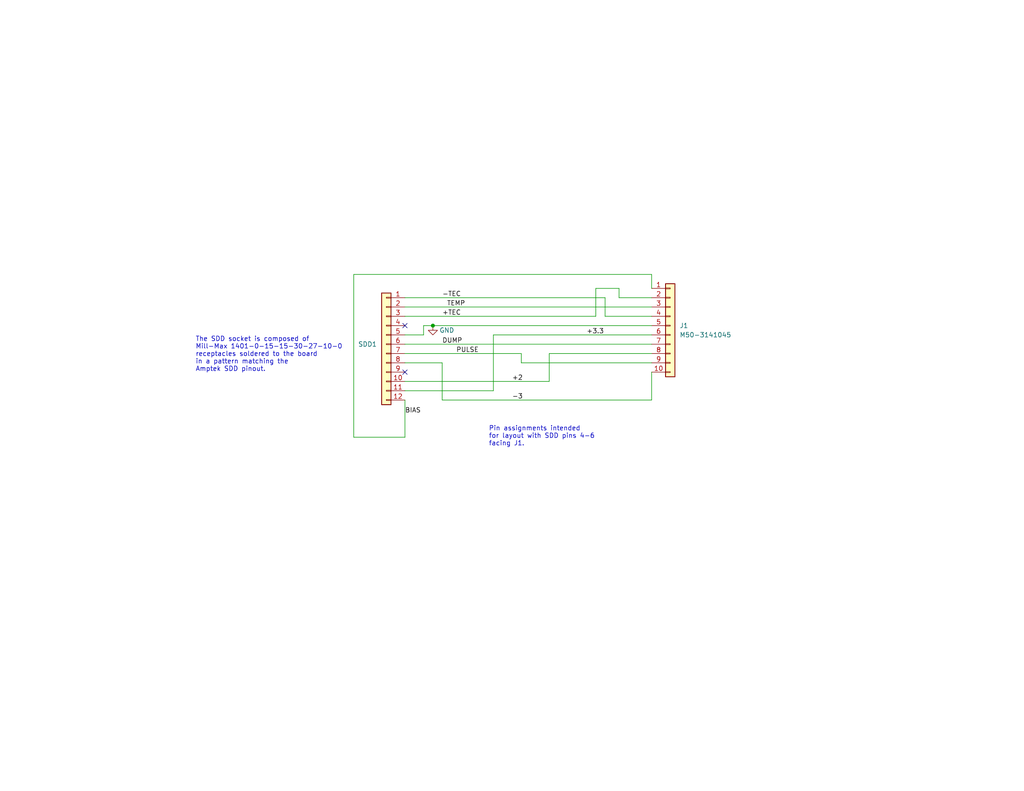
<source format=kicad_sch>
(kicad_sch (version 20230121) (generator eeschema)
  (paper "USLetter")
  (title_block (title "QuERI Detector Mount") (date "2024-02-08") (rev "0.1") (company "Noqsi Aerospace Ltd"))
  (lib_symbols
    (symbol "Connector_Generic:Conn_01x10" (pin_names (offset 1.016) hide)
      (property "Reference" "J" (at 0 12.7 0))
      (property "Value" "Conn_01x10" (at 0 -15.24 0))
      (symbol "Conn_01x10_1_1"
        (rectangle (start -1.27 -12.573) (end 0 -12.827) (stroke (width 0.1524)))
        (rectangle (start -1.27 -10.033) (end 0 -10.287) (stroke (width 0.1524)))
        (rectangle (start -1.27 -7.493) (end 0 -7.747) (stroke (width 0.1524)))
        (rectangle (start -1.27 -4.953) (end 0 -5.207) (stroke (width 0.1524)))
        (rectangle (start -1.27 -2.413) (end 0 -2.667) (stroke (width 0.1524)))
        (rectangle (start -1.27 0.127) (end 0 -0.127) (stroke (width 0.1524)))
        (rectangle (start -1.27 2.667) (end 0 2.413) (stroke (width 0.1524)))
        (rectangle (start -1.27 5.207) (end 0 4.953) (stroke (width 0.1524)))
        (rectangle (start -1.27 7.747) (end 0 7.493) (stroke (width 0.1524)))
        (rectangle (start -1.27 10.287) (end 0 10.033) (stroke (width 0.1524)))
        (rectangle (start -1.27 11.43) (end 1.27 -13.97) (stroke (width 0.254)) (fill (type background)))
        (pin passive line (at -5.08 10.16 0) (length 3.81) (name "Pin_1") (number "1"))
        (pin passive line (at -5.08 -12.7 0) (length 3.81) (name "Pin_10") (number "10"))
        (pin passive line (at -5.08 7.62 0) (length 3.81) (name "Pin_2") (number "2"))
        (pin passive line (at -5.08 5.08 0) (length 3.81) (name "Pin_3") (number "3"))
        (pin passive line (at -5.08 2.54 0) (length 3.81) (name "Pin_4") (number "4"))
        (pin passive line (at -5.08 0 0) (length 3.81) (name "Pin_5") (number "5"))
        (pin passive line (at -5.08 -2.54 0) (length 3.81) (name "Pin_6") (number "6"))
        (pin passive line (at -5.08 -5.08 0) (length 3.81) (name "Pin_7") (number "7"))
        (pin passive line (at -5.08 -7.62 0) (length 3.81) (name "Pin_8") (number "8"))
        (pin passive line (at -5.08 -10.16 0) (length 3.81) (name "Pin_9") (number "9"))
      )
    )
    (symbol "Connector_Generic:Conn_01x12" (pin_names (offset 1.016) hide)
      (property "Reference" "J" (at 0 15.24 0))
      (property "Value" "Conn_01x12" (at 0 -17.78 0))
      (symbol "Conn_01x12_1_1"
        (rectangle (start -1.27 -15.113) (end 0 -15.367) (stroke (width 0.1524)))
        (rectangle (start -1.27 -12.573) (end 0 -12.827) (stroke (width 0.1524)))
        (rectangle (start -1.27 -10.033) (end 0 -10.287) (stroke (width 0.1524)))
        (rectangle (start -1.27 -7.493) (end 0 -7.747) (stroke (width 0.1524)))
        (rectangle (start -1.27 -4.953) (end 0 -5.207) (stroke (width 0.1524)))
        (rectangle (start -1.27 -2.413) (end 0 -2.667) (stroke (width 0.1524)))
        (rectangle (start -1.27 0.127) (end 0 -0.127) (stroke (width 0.1524)))
        (rectangle (start -1.27 2.667) (end 0 2.413) (stroke (width 0.1524)))
        (rectangle (start -1.27 5.207) (end 0 4.953) (stroke (width 0.1524)))
        (rectangle (start -1.27 7.747) (end 0 7.493) (stroke (width 0.1524)))
        (rectangle (start -1.27 10.287) (end 0 10.033) (stroke (width 0.1524)))
        (rectangle (start -1.27 12.827) (end 0 12.573) (stroke (width 0.1524)))
        (rectangle (start -1.27 13.97) (end 1.27 -16.51) (stroke (width 0.254)) (fill (type background)))
        (pin passive line (at -5.08 12.7 0) (length 3.81) (name "Pin_1") (number "1"))
        (pin passive line (at -5.08 -10.16 0) (length 3.81) (name "Pin_10") (number "10"))
        (pin passive line (at -5.08 -12.7 0) (length 3.81) (name "Pin_11") (number "11"))
        (pin passive line (at -5.08 -15.24 0) (length 3.81) (name "Pin_12") (number "12"))
        (pin passive line (at -5.08 10.16 0) (length 3.81) (name "Pin_2") (number "2"))
        (pin passive line (at -5.08 7.62 0) (length 3.81) (name "Pin_3") (number "3"))
        (pin passive line (at -5.08 5.08 0) (length 3.81) (name "Pin_4") (number "4"))
        (pin passive line (at -5.08 2.54 0) (length 3.81) (name "Pin_5") (number "5"))
        (pin passive line (at -5.08 0 0) (length 3.81) (name "Pin_6") (number "6"))
        (pin passive line (at -5.08 -2.54 0) (length 3.81) (name "Pin_7") (number "7"))
        (pin passive line (at -5.08 -5.08 0) (length 3.81) (name "Pin_8") (number "8"))
        (pin passive line (at -5.08 -7.62 0) (length 3.81) (name "Pin_9") (number "9"))
      )
    )
    (symbol "power:GND" (power) (pin_names (offset 0))
      (property "Value" "GND" (at 0 -3.81 0))
      (symbol "GND_0_1"
        (polyline (pts (xy 0 0) (xy 0 -1.27) (xy 1.27 -1.27) (xy 0 -2.54) (xy -1.27 -1.27) (xy 0 -1.27)))
      )
      (symbol "GND_1_1"
        (pin power_in line (at 0 0 270) (length 0) hide (name "GND") (number "1"))
      )
    )
  )
  (junction (at 118.11 88.9))
  (no_connect (at 110.49 101.6))
  (no_connect (at 110.49 88.9))
  (wire (pts (xy 110.49 96.52) (xy 142.24 96.52)))
  (wire (pts (xy 96.52 74.93) (xy 96.52 119.38)))
  (wire (pts (xy 142.24 99.06) (xy 177.8 99.06)))
  (wire (pts (xy 177.8 91.44) (xy 134.62 91.44)))
  (wire (pts (xy 177.8 109.22) (xy 120.65 109.22)))
  (wire (pts (xy 118.11 88.9) (xy 177.8 88.9)))
  (wire (pts (xy 149.86 96.52) (xy 149.86 104.14)))
  (wire (pts (xy 162.56 78.74) (xy 168.91 78.74)))
  (wire (pts (xy 162.56 86.36) (xy 110.49 86.36)))
  (wire (pts (xy 177.8 78.74) (xy 177.8 74.93)))
  (wire (pts (xy 165.1 86.36) (xy 177.8 86.36)))
  (wire (pts (xy 168.91 78.74) (xy 168.91 81.28)))
  (wire (pts (xy 110.49 99.06) (xy 120.65 99.06)))
  (wire (pts (xy 168.91 81.28) (xy 177.8 81.28)))
  (wire (pts (xy 165.1 81.28) (xy 165.1 86.36)))
  (wire (pts (xy 110.49 83.82) (xy 177.8 83.82)))
  (wire (pts (xy 177.8 74.93) (xy 96.52 74.93)))
  (wire (pts (xy 134.62 91.44) (xy 134.62 106.68)))
  (wire (pts (xy 115.57 88.9) (xy 118.11 88.9)))
  (wire (pts (xy 110.49 109.22) (xy 110.49 119.38)))
  (wire (pts (xy 120.65 109.22) (xy 120.65 99.06)))
  (wire (pts (xy 110.49 106.68) (xy 134.62 106.68)))
  (wire (pts (xy 110.49 93.98) (xy 177.8 93.98)))
  (wire (pts (xy 96.52 119.38) (xy 110.49 119.38)))
  (wire (pts (xy 177.8 96.52) (xy 149.86 96.52)))
  (wire (pts (xy 110.49 104.14) (xy 149.86 104.14)))
  (wire (pts (xy 115.57 91.44) (xy 115.57 88.9)))
  (wire (pts (xy 142.24 96.52) (xy 142.24 99.06)))
  (wire (pts (xy 110.49 91.44) (xy 115.57 91.44)))
  (wire (pts (xy 177.8 101.6) (xy 177.8 109.22)))
  (wire (pts (xy 162.56 86.36) (xy 162.56 78.74)))
  (wire (pts (xy 165.1 81.28) (xy 110.49 81.28)))
  (text "The SDD socket is composed of\nMill-Max 1401-0-15-15-30-27-10-0\nreceptacles soldered to the board\nin a pattern matching the\nAmptek SDD pinout." (at 53.34 101.6 0) (effects (font (size 1.27 1.27)) (justify left bottom)))
  (text "Pin assignments intended\nfor layout with SDD pins 4-6\nfacing J1." (at 133.35 121.92 0) (effects (font (size 1.27 1.27)) (justify left bottom)))
  (label "+2" (at 139.7 104.14 0))
  (label "-TEC" (at 120.65 81.28 0))
  (label "TEMP" (at 121.92 83.82 0))
  (label "+3.3" (at 160.02 91.44 0))
  (label "-3" (at 139.7 109.22 0))
  (label "BIAS" (at 110.49 113.03 0))
  (label "PULSE" (at 124.46 96.52 0))
  (label "DUMP" (at 120.65 93.98 0))
  (label "+TEC" (at 120.65 86.36 0))
  (symbol (lib_id "power:GND") (at 118.11 88.9 0) (unit 1)
    (property "Reference" "#PWR034" (effects hide))
    (property "Value" "GND" (at 121.92 90.17 0))
  )
  (symbol (lib_id "Connector_Generic:Conn_01x10") (at 182.88 88.9 0) (unit 1)
    (property "Reference" "J1" (at 185.42 88.9 0) (effects (justify left)))
    (property "Value" "M50-3141045" (at 185.42 91.44 0) (effects (justify left)))
    (property "Footprint" "Connector_PinSocket_1.27mm:PinSocket_1x10_P1.27mm_Vertical_SMD_Pin1Right" (effects hide))
    (property "Datasheet" "https://cdn.harwin.com/pdfs/M50-314.pdf" (effects hide))
  )
  (symbol (lib_id "Connector_Generic:Conn_01x12") (at 105.41 93.98 0) (mirror y) (unit 1)
    (property "Reference" "SDD1" (at 102.87 93.98 0) (effects (justify left)))
    (property "Value" "Conn_01x12" (effects hide))
    (property "Datasheet" "https://www.amptek.com/-/media/ametekamptek/documents/resources/products/user-manuals/xr100-1mm-fastsdd-user-manual-b4.pdf" (effects hide))
  )
)
</source>
